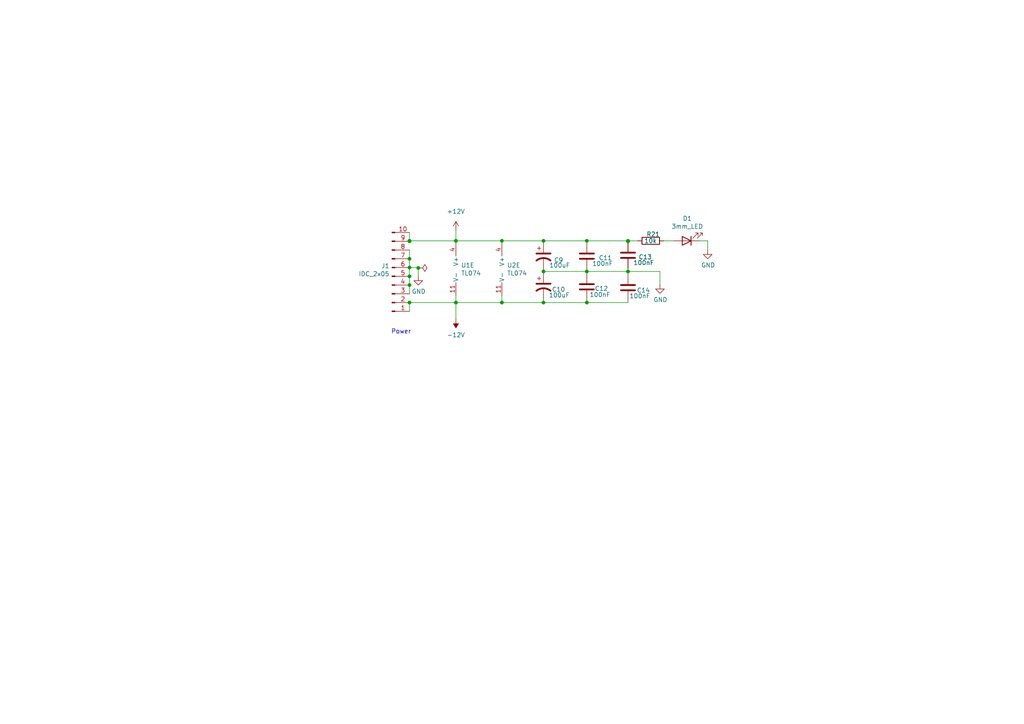
<source format=kicad_sch>
(kicad_sch (version 20211123) (generator eeschema)
  (paper "A4")
  (lib_symbols
    (symbol "Amplifier_Operational:TL074" (pin_names (offset 0.127))
      (property "Reference" "U" (at 0 5.08 0))
      (property "Value" "TL074" (at 0 -5.08 0))
      (symbol "TL074_1_1"
        (polyline (pts (xy -5.08 5.08) (xy 5.08 0) (xy -5.08 -5.08) (xy -5.08 5.08)) (stroke (width 0.254)) (fill (type background)))
        (pin output line (at 7.62 0 180) (length 2.54) (name "~") (number "1"))
        (pin input line (at -7.62 -2.54 0) (length 2.54) (name "-") (number "2"))
        (pin input line (at -7.62 2.54 0) (length 2.54) (name "+") (number "3"))
      )
      (symbol "TL074_2_1"
        (polyline (pts (xy -5.08 5.08) (xy 5.08 0) (xy -5.08 -5.08) (xy -5.08 5.08)) (stroke (width 0.254)) (fill (type background)))
        (pin input line (at -7.62 2.54 0) (length 2.54) (name "+") (number "5"))
        (pin input line (at -7.62 -2.54 0) (length 2.54) (name "-") (number "6"))
        (pin output line (at 7.62 0 180) (length 2.54) (name "~") (number "7"))
      )
      (symbol "TL074_3_1"
        (polyline (pts (xy -5.08 5.08) (xy 5.08 0) (xy -5.08 -5.08) (xy -5.08 5.08)) (stroke (width 0.254)) (fill (type background)))
        (pin input line (at -7.62 2.54 0) (length 2.54) (name "+") (number "10"))
        (pin output line (at 7.62 0 180) (length 2.54) (name "~") (number "8"))
        (pin input line (at -7.62 -2.54 0) (length 2.54) (name "-") (number "9"))
      )
      (symbol "TL074_4_1"
        (polyline (pts (xy -5.08 5.08) (xy 5.08 0) (xy -5.08 -5.08) (xy -5.08 5.08)) (stroke (width 0.254)) (fill (type background)))
        (pin input line (at -7.62 2.54 0) (length 2.54) (name "+") (number "12"))
        (pin input line (at -7.62 -2.54 0) (length 2.54) (name "-") (number "13"))
        (pin output line (at 7.62 0 180) (length 2.54) (name "~") (number "14"))
      )
      (symbol "TL074_5_1"
        (pin power_in line (at -2.54 -7.62 90) (length 3.81) (name "V-") (number "11"))
        (pin power_in line (at -2.54 7.62 270) (length 3.81) (name "V+") (number "4"))
      )
    )
    (symbol "Connector:Conn_01x10_Male" (pin_names (offset 1.016) hide)
      (property "Reference" "J" (at 0 12.7 0))
      (property "Value" "Conn_01x10_Male" (at 0 -15.24 0))
      (symbol "Conn_01x10_Male_1_1"
        (polyline (pts (xy 1.27 -12.7) (xy 0.8636 -12.7)) (stroke (width 0.1524)))
        (polyline (pts (xy 1.27 -10.16) (xy 0.8636 -10.16)) (stroke (width 0.1524)))
        (polyline (pts (xy 1.27 -7.62) (xy 0.8636 -7.62)) (stroke (width 0.1524)))
        (polyline (pts (xy 1.27 -5.08) (xy 0.8636 -5.08)) (stroke (width 0.1524)))
        (polyline (pts (xy 1.27 -2.54) (xy 0.8636 -2.54)) (stroke (width 0.1524)))
        (polyline (pts (xy 1.27 0) (xy 0.8636 0)) (stroke (width 0.1524)))
        (polyline (pts (xy 1.27 2.54) (xy 0.8636 2.54)) (stroke (width 0.1524)))
        (polyline (pts (xy 1.27 5.08) (xy 0.8636 5.08)) (stroke (width 0.1524)))
        (polyline (pts (xy 1.27 7.62) (xy 0.8636 7.62)) (stroke (width 0.1524)))
        (polyline (pts (xy 1.27 10.16) (xy 0.8636 10.16)) (stroke (width 0.1524)))
        (rectangle (start 0.8636 -12.573) (end 0 -12.827) (stroke (width 0.1524)) (fill (type outline)))
        (rectangle (start 0.8636 -10.033) (end 0 -10.287) (stroke (width 0.1524)) (fill (type outline)))
        (rectangle (start 0.8636 -7.493) (end 0 -7.747) (stroke (width 0.1524)) (fill (type outline)))
        (rectangle (start 0.8636 -4.953) (end 0 -5.207) (stroke (width 0.1524)) (fill (type outline)))
        (rectangle (start 0.8636 -2.413) (end 0 -2.667) (stroke (width 0.1524)) (fill (type outline)))
        (rectangle (start 0.8636 0.127) (end 0 -0.127) (stroke (width 0.1524)) (fill (type outline)))
        (rectangle (start 0.8636 2.667) (end 0 2.413) (stroke (width 0.1524)) (fill (type outline)))
        (rectangle (start 0.8636 5.207) (end 0 4.953) (stroke (width 0.1524)) (fill (type outline)))
        (rectangle (start 0.8636 7.747) (end 0 7.493) (stroke (width 0.1524)) (fill (type outline)))
        (rectangle (start 0.8636 10.287) (end 0 10.033) (stroke (width 0.1524)) (fill (type outline)))
        (pin passive line (at 5.08 10.16 180) (length 3.81) (name "Pin_1") (number "1"))
        (pin passive line (at 5.08 -12.7 180) (length 3.81) (name "Pin_10") (number "10"))
        (pin passive line (at 5.08 7.62 180) (length 3.81) (name "Pin_2") (number "2"))
        (pin passive line (at 5.08 5.08 180) (length 3.81) (name "Pin_3") (number "3"))
        (pin passive line (at 5.08 2.54 180) (length 3.81) (name "Pin_4") (number "4"))
        (pin passive line (at 5.08 0 180) (length 3.81) (name "Pin_5") (number "5"))
        (pin passive line (at 5.08 -2.54 180) (length 3.81) (name "Pin_6") (number "6"))
        (pin passive line (at 5.08 -5.08 180) (length 3.81) (name "Pin_7") (number "7"))
        (pin passive line (at 5.08 -7.62 180) (length 3.81) (name "Pin_8") (number "8"))
        (pin passive line (at 5.08 -10.16 180) (length 3.81) (name "Pin_9") (number "9"))
      )
    )
    (symbol "Device:C" (pin_numbers hide) (pin_names (offset 0.254))
      (property "Reference" "C" (at 0.635 2.54 0))
      (property "Value" "C" (at 0.635 -2.54 0))
      (symbol "C_0_1"
        (polyline (pts (xy -2.032 -0.762) (xy 2.032 -0.762)) (stroke (width 0.508)))
        (polyline (pts (xy -2.032 0.762) (xy 2.032 0.762)) (stroke (width 0.508)))
      )
      (symbol "C_1_1"
        (pin passive line (at 0 3.81 270) (length 2.794) (name "~") (number "1"))
        (pin passive line (at 0 -3.81 90) (length 2.794) (name "~") (number "2"))
      )
    )
    (symbol "Device:C_Polarized_US" (pin_numbers hide) (pin_names (offset 0.254) hide)
      (property "Reference" "C" (at 0.635 2.54 0))
      (property "Value" "C_Polarized_US" (at 0.635 -2.54 0))
      (symbol "C_Polarized_US_0_1"
        (polyline (pts (xy -2.032 0.762) (xy 2.032 0.762)) (stroke (width 0.508)))
        (polyline (pts (xy -1.778 2.286) (xy -0.762 2.286)))
        (polyline (pts (xy -1.27 1.778) (xy -1.27 2.794)))
        (arc (start 2.032 -1.27) (mid 0 -0.5572) (end -2.032 -1.27) (stroke (width 0.508)))
      )
      (symbol "C_Polarized_US_1_1"
        (pin passive line (at 0 3.81 270) (length 2.794) (name "~") (number "1"))
        (pin passive line (at 0 -3.81 90) (length 3.302) (name "~") (number "2"))
      )
    )
    (symbol "Device:LED" (pin_numbers hide) (pin_names (offset 1.016) hide)
      (property "Reference" "D" (at 0 2.54 0))
      (property "Value" "LED" (at 0 -2.54 0))
      (symbol "LED_0_1"
        (polyline (pts (xy -1.27 -1.27) (xy -1.27 1.27)) (stroke (width 0.254)))
        (polyline (pts (xy -1.27 0) (xy 1.27 0)))
        (polyline (pts (xy 1.27 -1.27) (xy 1.27 1.27) (xy -1.27 0) (xy 1.27 -1.27)) (stroke (width 0.254)))
        (polyline (pts (xy -3.048 -0.762) (xy -4.572 -2.286) (xy -3.81 -2.286) (xy -4.572 -2.286) (xy -4.572 -1.524)))
        (polyline (pts (xy -1.778 -0.762) (xy -3.302 -2.286) (xy -2.54 -2.286) (xy -3.302 -2.286) (xy -3.302 -1.524)))
      )
      (symbol "LED_1_1"
        (pin passive line (at -3.81 0 0) (length 2.54) (name "K") (number "1"))
        (pin passive line (at 3.81 0 180) (length 2.54) (name "A") (number "2"))
      )
    )
    (symbol "Device:R" (pin_numbers hide) (pin_names (offset 0))
      (property "Reference" "R" (at 2.032 0 90))
      (property "Value" "R" (at 0 0 90))
      (symbol "R_0_1"
        (rectangle (start -1.016 -2.54) (end 1.016 2.54) (stroke (width 0.254)))
      )
      (symbol "R_1_1"
        (pin passive line (at 0 3.81 270) (length 1.27) (name "~") (number "1"))
        (pin passive line (at 0 -3.81 90) (length 1.27) (name "~") (number "2"))
      )
    )
    (symbol "power:+12V" (power) (pin_names (offset 0))
      (property "Value" "+12V" (at 0 3.556 0))
      (symbol "+12V_0_1"
        (polyline (pts (xy -0.762 1.27) (xy 0 2.54)))
        (polyline (pts (xy 0 0) (xy 0 2.54)))
        (polyline (pts (xy 0 2.54) (xy 0.762 1.27)))
      )
      (symbol "+12V_1_1"
        (pin power_in line (at 0 0 90) (length 0) hide (name "+12V") (number "1"))
      )
    )
    (symbol "power:-12V" (power) (pin_names (offset 0))
      (property "Value" "-12V" (at 0 3.81 0))
      (symbol "-12V_0_0"
        (pin power_in line (at 0 0 90) (length 0) hide (name "-12V") (number "1"))
      )
      (symbol "-12V_0_1"
        (polyline (pts (xy 0 0) (xy 0 1.27) (xy 0.762 1.27) (xy 0 2.54) (xy -0.762 1.27) (xy 0 1.27)) (fill (type outline)))
      )
    )
    (symbol "power:GND" (power) (pin_names (offset 0))
      (property "Value" "GND" (at 0 -3.81 0))
      (symbol "GND_0_1"
        (polyline (pts (xy 0 0) (xy 0 -1.27) (xy 1.27 -1.27) (xy 0 -2.54) (xy -1.27 -1.27) (xy 0 -1.27)))
      )
      (symbol "GND_1_1"
        (pin power_in line (at 0 0 270) (length 0) hide (name "GND") (number "1"))
      )
    )
    (symbol "power:PWR_FLAG" (power) (pin_numbers hide) (pin_names (offset 0) hide)
      (property "Value" "PWR_FLAG" (at 0 3.81 0))
      (symbol "PWR_FLAG_0_0"
        (pin power_out line (at 0 0 90) (length 0) (name "pwr") (number "1"))
      )
      (symbol "PWR_FLAG_0_1"
        (polyline (pts (xy 0 0) (xy 0 1.27) (xy -1.016 1.905) (xy 0 2.54) (xy 1.016 1.905) (xy 0 1.27)))
      )
    )
  )
  (junction (at 145.5674 87.757))
  (junction (at 157.6324 78.74))
  (junction (at 182.1434 78.74))
  (junction (at 118.7704 69.977))
  (junction (at 170.2054 87.757))
  (junction (at 182.1434 69.977))
  (junction (at 145.5674 69.85))
  (junction (at 118.7704 75.057))
  (junction (at 132.2324 69.85))
  (junction (at 182.1434 69.85))
  (junction (at 118.7704 69.85))
  (junction (at 132.2324 87.757))
  (junction (at 170.2054 78.74))
  (junction (at 170.2054 69.85))
  (junction (at 118.7704 80.137))
  (junction (at 118.7704 87.757))
  (junction (at 157.6324 69.85))
  (junction (at 118.7704 77.597))
  (junction (at 118.7704 82.677))
  (junction (at 121.3104 77.724))
  (junction (at 157.6324 87.757))
  (wire (pts (xy 170.2054 78.74) (xy 182.1434 78.74)))
  (wire (pts (xy 157.6324 78.74) (xy 157.6324 79.248)))
  (wire (pts (xy 182.1434 77.851) (xy 182.1434 78.74)))
  (wire (pts (xy 157.6324 78.105) (xy 157.6324 78.74)))
  (wire (pts (xy 170.2054 87.757) (xy 182.1434 87.757)))
  (wire (pts (xy 121.3104 77.597) (xy 121.3104 77.724)))
  (wire (pts (xy 170.2054 69.85) (xy 170.2054 70.485)))
  (wire (pts (xy 118.7704 87.757) (xy 132.2324 87.757)))
  (wire (pts (xy 202.9714 69.85) (xy 205.2574 69.85)))
  (wire (pts (xy 132.2324 87.757) (xy 132.2324 92.583)))
  (wire (pts (xy 192.5574 69.85) (xy 195.3514 69.85)))
  (wire (pts (xy 132.2324 85.725) (xy 132.2324 87.757)))
  (wire (pts (xy 118.7704 80.137) (xy 118.7704 82.677)))
  (wire (pts (xy 145.5674 85.725) (xy 145.5674 87.757)))
  (wire (pts (xy 118.7704 69.85) (xy 132.2324 69.85)))
  (wire (pts (xy 182.1434 87.757) (xy 182.1434 87.249)))
  (wire (pts (xy 121.3104 77.724) (xy 121.3104 80.137)))
  (wire (pts (xy 170.2054 78.105) (xy 170.2054 78.74)))
  (wire (pts (xy 182.1434 78.74) (xy 191.4144 78.74)))
  (wire (pts (xy 157.6324 69.85) (xy 170.2054 69.85)))
  (wire (pts (xy 157.6324 87.757) (xy 170.2054 87.757)))
  (wire (pts (xy 157.6324 78.74) (xy 170.2054 78.74)))
  (wire (pts (xy 118.7704 72.517) (xy 118.7704 75.057)))
  (wire (pts (xy 132.2324 69.85) (xy 132.2324 70.485)))
  (wire (pts (xy 182.1434 69.85) (xy 182.1434 69.977)))
  (wire (pts (xy 118.7704 69.85) (xy 118.7704 69.977)))
  (wire (pts (xy 132.2324 87.757) (xy 145.5674 87.757)))
  (wire (pts (xy 170.2054 78.74) (xy 170.2054 79.375)))
  (wire (pts (xy 145.5674 87.757) (xy 157.6324 87.757)))
  (wire (pts (xy 182.1434 70.231) (xy 182.1434 69.977)))
  (wire (pts (xy 170.2054 86.995) (xy 170.2054 87.757)))
  (wire (pts (xy 118.7704 67.437) (xy 118.7704 69.85)))
  (wire (pts (xy 132.2324 69.85) (xy 145.5674 69.85)))
  (wire (pts (xy 145.5674 69.85) (xy 157.6324 69.85)))
  (wire (pts (xy 205.2574 69.85) (xy 205.2574 72.517)))
  (wire (pts (xy 145.5674 69.85) (xy 145.5674 70.485)))
  (wire (pts (xy 118.7704 87.757) (xy 118.7704 90.297)))
  (wire (pts (xy 157.6324 87.757) (xy 157.6324 86.868)))
  (wire (pts (xy 170.2054 69.85) (xy 182.1434 69.85)))
  (wire (pts (xy 118.7704 75.057) (xy 118.7704 77.597)))
  (wire (pts (xy 118.7704 82.677) (xy 118.7704 85.217)))
  (wire (pts (xy 184.9374 69.85) (xy 182.1434 69.85)))
  (wire (pts (xy 118.7704 77.597) (xy 118.7704 80.137)))
  (wire (pts (xy 191.4144 78.74) (xy 191.4144 82.55)))
  (wire (pts (xy 118.7704 77.597) (xy 121.3104 77.597)))
  (wire (pts (xy 182.1434 78.74) (xy 182.1434 79.629)))
  (wire (pts (xy 132.2324 66.802) (xy 132.2324 69.85)))
  (wire (pts (xy 157.6324 70.485) (xy 157.6324 69.85)))
  (text "Power" (at 113.4364 97.028 0) (effects (font (size 1.27 1.27)) (justify left bottom)))
  (symbol (lib_id "Connector:Conn_01x10_Male") (at 113.6904 80.137 0) (mirror x) (unit 1)
    (property "Reference" "J1" (at 112.9792 77.1398 0) (effects (justify right)))
    (property "Value" "IDC_2x05" (at 112.9792 79.4512 0) (effects (justify right)))
    (property "Footprint" "Connector_IDC:IDC-Header_2x05_P2.54mm_Vertical" (effects hide))
    (property "Type" "Thru-hole" (effects hide))
    (property "LCSC Part #" "C706914" (effects hide))
    (property "Manufacturers Name" "XKB Connectivity " (effects hide))
    (property "Manufacturers Part Number" "X9555WV-2X05-6TV01" (effects hide))
    (property "Mfg #" "X9555WV-2X05-6TV01" (effects hide))
    (property "Package" "Straight,P=2.54mm" (effects hide))
    (property "Part Description" "IDC Connector 2x05 2.54mm Pitch Straight" (effects hide))
  )
  (symbol (lib_id "Device:C") (at 182.1434 83.439 0) (unit 1)
    (property "Reference" "C14" (at 184.6834 84.201 0) (effects (justify left)))
    (property "Value" "100nF" (at 182.5244 85.852 0) (effects (justify left)))
    (property "Footprint" "benjiaomodular:Capacitor_Rect_L7.2mm_W2.5mm_P5.00mm" (effects hide))
  )
  (symbol (lib_id "power:-12V") (at 132.2324 92.583 180) (unit 1)
    (property "Reference" "#PWR015" (effects hide))
    (property "Value" "-12V" (at 132.2324 97.155 0))
  )
  (symbol (lib_id "power:PWR_FLAG") (at 121.3104 77.724 270) (unit 1)
    (property "Reference" "#FLG01" (effects hide))
    (property "Value" "PWR_FLAG" (effects hide))
  )
  (symbol (lib_id "power:GND") (at 191.4144 82.55 0) (unit 1)
    (property "Reference" "#PWR016" (effects hide))
    (property "Value" "GND" (at 191.5414 86.9442 0))
  )
  (symbol (lib_id "Device:R") (at 188.7474 69.85 270) (unit 1)
    (property "Reference" "R21" (at 187.4774 67.945 90) (effects (justify left)))
    (property "Value" "10k" (at 186.8424 69.85 90) (effects (justify left)))
    (property "Footprint" "benjiaomodular:Resistor_L6.3mm_D2.5mm_P7.62mm_Horizontal" (effects hide))
    (property "LCSC Part #" "C116677" (effects hide))
    (property "Mfg #" "AC0603FR-0710KL" (effects hide))
    (property "Manufacturers Part Number" "AC0603FR-0710KL" (effects hide))
    (property "Manufacturers Name" "YAGEO" (effects hide))
    (property "Package" "0603" (effects hide))
    (property "Type" "Surface mount" (effects hide))
    (property "Part Description" "Thick Film Resistors - SMD 10 kOhms 100mW 0603 1% AEC-Q200 " (effects hide))
  )
  (symbol (lib_id "power:GND") (at 205.2574 72.517 0) (unit 1)
    (property "Reference" "#PWR017" (effects hide))
    (property "Value" "GND" (at 205.3844 76.9112 0))
  )
  (symbol (lib_id "Device:C") (at 170.2054 74.295 0) (unit 1)
    (property "Reference" "C11" (at 173.6344 74.803 0) (effects (justify left)))
    (property "Value" "100nF" (at 171.7294 76.454 0) (effects (justify left)))
    (property "Footprint" "benjiaomodular:Capacitor_Rect_L7.2mm_W2.5mm_P5.00mm" (effects hide))
  )
  (symbol (lib_id "Amplifier_Operational:TL074") (at 148.1074 78.105 0) (unit 5)
    (property "Reference" "U2" (at 147.0406 76.9366 0) (effects (justify left)))
    (property "Value" "TL074" (at 147.0406 79.248 0) (effects (justify left)))
    (property "Footprint" "Package_DIP:DIP-14_W7.62mm" (effects hide))
    (property "Datasheet" "http://www.ti.com/lit/ds/symlink/tl071.pdf" (effects hide))
  )
  (symbol (lib_id "Device:C_Polarized_US") (at 157.6324 83.058 0) (unit 1)
    (property "Reference" "C10" (at 160.0454 83.947 0) (effects (justify left)))
    (property "Value" "100uF" (at 159.1564 85.598 0) (effects (justify left)))
    (property "Footprint" "benjiaomodular:Capacitor_Radial_D5.0mm_P2.5mm" (effects hide))
  )
  (symbol (lib_id "Device:C") (at 170.2054 83.185 0) (unit 1)
    (property "Reference" "C12" (at 172.4914 83.693 0) (effects (justify left)))
    (property "Value" "100nF" (at 170.9674 85.471 0) (effects (justify left)))
    (property "Footprint" "benjiaomodular:Capacitor_Rect_L7.2mm_W2.5mm_P5.00mm" (effects hide))
  )
  (symbol (lib_id "Amplifier_Operational:TL074") (at 134.7724 78.105 0) (unit 5)
    (property "Reference" "U1" (at 133.7056 76.9366 0) (effects (justify left)))
    (property "Value" "TL074" (at 133.7056 79.248 0) (effects (justify left)))
    (property "Footprint" "Package_DIP:DIP-14_W7.62mm" (effects hide))
    (property "Datasheet" "http://www.ti.com/lit/ds/symlink/tl071.pdf" (effects hide))
  )
  (symbol (lib_id "Device:C") (at 182.1434 74.041 0) (unit 1)
    (property "Reference" "C13" (at 185.1914 74.549 0) (effects (justify left)))
    (property "Value" "100nF" (at 183.6674 76.2 0) (effects (justify left)))
    (property "Footprint" "benjiaomodular:Capacitor_Rect_L7.2mm_W2.5mm_P5.00mm" (effects hide))
  )
  (symbol (lib_id "Device:C_Polarized_US") (at 157.6324 74.295 0) (unit 1)
    (property "Reference" "C9" (at 160.6804 75.438 0) (effects (justify left)))
    (property "Value" "100uF" (at 159.2834 76.962 0) (effects (justify left)))
    (property "Footprint" "benjiaomodular:Capacitor_Radial_D5.0mm_P2.5mm" (effects hide))
  )
  (symbol (lib_id "Device:LED") (at 199.1614 69.85 180) (unit 1)
    (property "Reference" "D1" (at 199.3392 63.373 0))
    (property "Value" "3mm_LED" (at 199.3392 65.6844 0))
    (property "Footprint" "LED_THT:LED_D3.0mm" (effects hide))
    (property "LCSC Part #" "C2856645" (effects hide))
    (property "Manufacturers Name" "EKINGLUX" (effects hide))
    (property "Manufacturers Part Number" "EL304RD" (effects hide))
    (property "Mfg #" "EL304RD" (effects hide))
    (property "Type" "Thru-hole" (effects hide))
    (property "Part Description" "3.0mm Round Through Hole LED" (effects hide))
  )
  (symbol (lib_id "power:GND") (at 121.3104 80.137 0) (unit 1)
    (property "Reference" "#PWR013" (effects hide))
    (property "Value" "GND" (at 121.4374 84.5312 0))
  )
  (symbol (lib_id "power:+12V") (at 132.2324 66.802 0) (unit 1)
    (property "Reference" "#PWR014" (effects hide))
    (property "Value" "+12V" (at 132.2324 61.341 0))
  )
)
</source>
